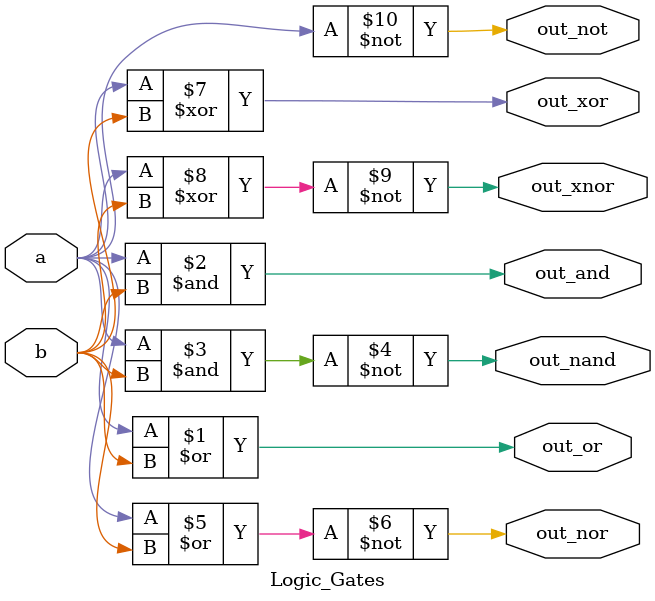
<source format=v>
`timescale 1ns / 1ps


module Logic_Gates( a,b,out_or,out_and,out_not,out_nor,out_nand,out_xor,out_xnor);
 
input a ,b ;                                                      // INPUTS
output out_or,out_and,out_not,out_nor,out_nand,out_xor,out_xnor ; // OUTPUTS

 // Assigning the output values 
or o1(out_or ,a,b) ;  
and a1(out_and ,a,b);
not n1(out_not,a) ;
nand n2(out_nand,a,b);
nor n3(out_nor,a,b);
xor x1(out_xor,a,b);
xnor x2(out_xnor,a,b);


endmodule

</source>
